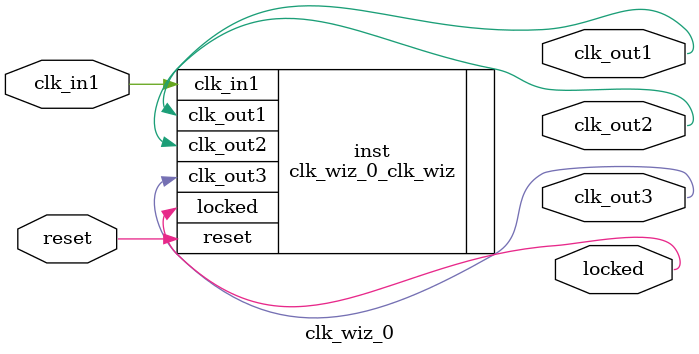
<source format=v>


`timescale 1ps/1ps

(* CORE_GENERATION_INFO = "clk_wiz_0,clk_wiz_v6_0_2_0_0,{component_name=clk_wiz_0,use_phase_alignment=true,use_min_o_jitter=false,use_max_i_jitter=false,use_dyn_phase_shift=false,use_inclk_switchover=false,use_dyn_reconfig=false,enable_axi=0,feedback_source=FDBK_AUTO,PRIMITIVE=MMCM,num_out_clk=3,clkin1_period=10.000,clkin2_period=10.000,use_power_down=false,use_reset=true,use_locked=true,use_inclk_stopped=false,feedback_type=SINGLE,CLOCK_MGR_TYPE=NA,manual_override=false}" *)

module clk_wiz_0 
 (
  // Clock out ports
  output        clk_out1,
  output        clk_out2,
  output        clk_out3,
  // Status and control signals
  input         reset,
  output        locked,
 // Clock in ports
  input         clk_in1
 );

  clk_wiz_0_clk_wiz inst
  (
  // Clock out ports  
  .clk_out1(clk_out1),
  .clk_out2(clk_out2),
  .clk_out3(clk_out3),
  // Status and control signals               
  .reset(reset), 
  .locked(locked),
 // Clock in ports
  .clk_in1(clk_in1)
  );

endmodule

</source>
